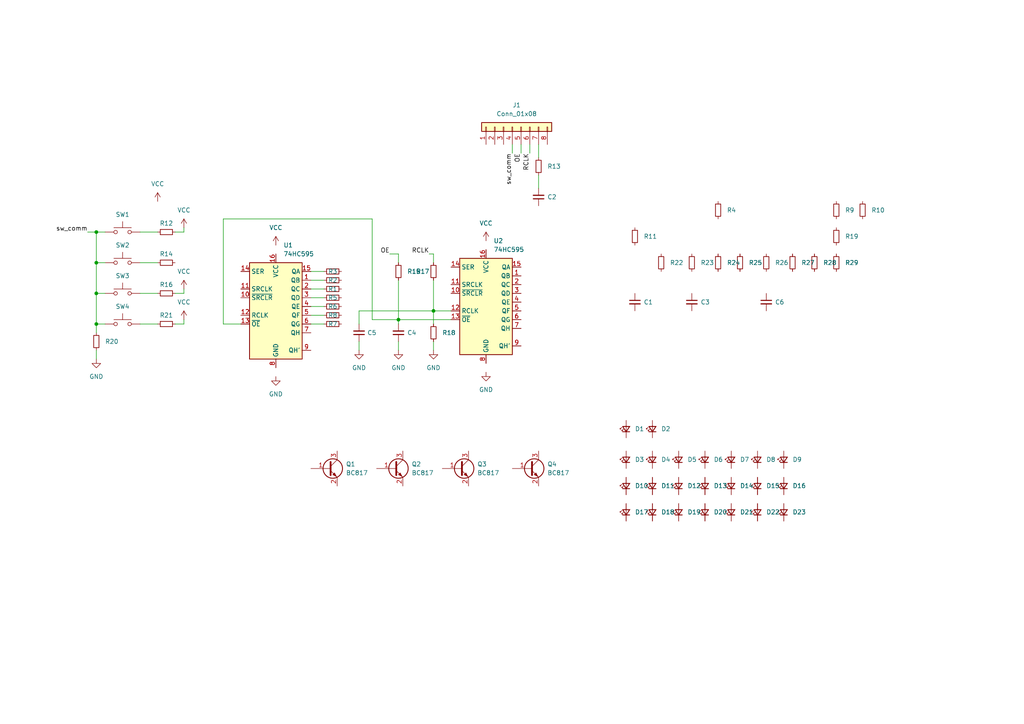
<source format=kicad_sch>
(kicad_sch (version 20230121) (generator eeschema)
  (paper "A4")
  (lib_symbols
    (symbol "74xx:74HC595"
      (property "Reference" "U" (at -7.62 13.97 0))
      (property "Value" "74HC595" (at -7.62 -16.51 0))
      (symbol "74HC595_1_0"
        (pin tri_state line (at 10.16 7.62 180) (length 2.54) (name "QB") (number "1"))
        (pin input line (at -10.16 2.54 0) (length 2.54) (name "~{SRCLR}") (number "10"))
        (pin input line (at -10.16 5.08 0) (length 2.54) (name "SRCLK") (number "11"))
        (pin input line (at -10.16 -2.54 0) (length 2.54) (name "RCLK") (number "12"))
        (pin input line (at -10.16 -5.08 0) (length 2.54) (name "~{OE}") (number "13"))
        (pin input line (at -10.16 10.16 0) (length 2.54) (name "SER") (number "14"))
        (pin tri_state line (at 10.16 10.16 180) (length 2.54) (name "QA") (number "15"))
        (pin power_in line (at 0 15.24 270) (length 2.54) (name "VCC") (number "16"))
        (pin tri_state line (at 10.16 5.08 180) (length 2.54) (name "QC") (number "2"))
        (pin tri_state line (at 10.16 2.54 180) (length 2.54) (name "QD") (number "3"))
        (pin tri_state line (at 10.16 0 180) (length 2.54) (name "QE") (number "4"))
        (pin tri_state line (at 10.16 -2.54 180) (length 2.54) (name "QF") (number "5"))
        (pin tri_state line (at 10.16 -5.08 180) (length 2.54) (name "QG") (number "6"))
        (pin tri_state line (at 10.16 -7.62 180) (length 2.54) (name "QH") (number "7"))
        (pin power_in line (at 0 -17.78 90) (length 2.54) (name "GND") (number "8"))
        (pin output line (at 10.16 -12.7 180) (length 2.54) (name "QH'") (number "9"))
      )
      (symbol "74HC595_1_1"
        (rectangle (start -7.62 12.7) (end 7.62 -15.24) (stroke (width 0.254)) (fill (type background)))
      )
    )
    (symbol "Connector_Generic:Conn_01x08" (pin_names (offset 1.016) hide)
      (property "Reference" "J" (at 0 10.16 0))
      (property "Value" "Conn_01x08" (at 0 -12.7 0))
      (symbol "Conn_01x08_1_1"
        (rectangle (start -1.27 -10.033) (end 0 -10.287) (stroke (width 0.1524)))
        (rectangle (start -1.27 -7.493) (end 0 -7.747) (stroke (width 0.1524)))
        (rectangle (start -1.27 -4.953) (end 0 -5.207) (stroke (width 0.1524)))
        (rectangle (start -1.27 -2.413) (end 0 -2.667) (stroke (width 0.1524)))
        (rectangle (start -1.27 0.127) (end 0 -0.127) (stroke (width 0.1524)))
        (rectangle (start -1.27 2.667) (end 0 2.413) (stroke (width 0.1524)))
        (rectangle (start -1.27 5.207) (end 0 4.953) (stroke (width 0.1524)))
        (rectangle (start -1.27 7.747) (end 0 7.493) (stroke (width 0.1524)))
        (rectangle (start -1.27 8.89) (end 1.27 -11.43) (stroke (width 0.254)) (fill (type background)))
        (pin passive line (at -5.08 7.62 0) (length 3.81) (name "Pin_1") (number "1"))
        (pin passive line (at -5.08 5.08 0) (length 3.81) (name "Pin_2") (number "2"))
        (pin passive line (at -5.08 2.54 0) (length 3.81) (name "Pin_3") (number "3"))
        (pin passive line (at -5.08 0 0) (length 3.81) (name "Pin_4") (number "4"))
        (pin passive line (at -5.08 -2.54 0) (length 3.81) (name "Pin_5") (number "5"))
        (pin passive line (at -5.08 -5.08 0) (length 3.81) (name "Pin_6") (number "6"))
        (pin passive line (at -5.08 -7.62 0) (length 3.81) (name "Pin_7") (number "7"))
        (pin passive line (at -5.08 -10.16 0) (length 3.81) (name "Pin_8") (number "8"))
      )
    )
    (symbol "Device:C_Small" (pin_numbers hide) (pin_names (offset 0.254) hide)
      (property "Reference" "C" (at 0.254 1.778 0))
      (property "Value" "C_Small" (at 0.254 -2.032 0))
      (symbol "C_Small_0_1"
        (polyline (pts (xy -1.524 -0.508) (xy 1.524 -0.508)) (stroke (width 0.3302)))
        (polyline (pts (xy -1.524 0.508) (xy 1.524 0.508)) (stroke (width 0.3048)))
      )
      (symbol "C_Small_1_1"
        (pin passive line (at 0 2.54 270) (length 2.032) (name "~") (number "1"))
        (pin passive line (at 0 -2.54 90) (length 2.032) (name "~") (number "2"))
      )
    )
    (symbol "Device:LED_Small" (pin_numbers hide) (pin_names (offset 0.254) hide)
      (property "Reference" "D" (at -1.27 3.175 0))
      (property "Value" "LED_Small" (at -4.445 -2.54 0))
      (symbol "LED_Small_0_1"
        (polyline (pts (xy -0.762 -1.016) (xy -0.762 1.016)) (stroke (width 0.254)))
        (polyline (pts (xy 1.016 0) (xy -0.762 0)))
        (polyline (pts (xy 0.762 -1.016) (xy -0.762 0) (xy 0.762 1.016) (xy 0.762 -1.016)) (stroke (width 0.254)))
        (polyline (pts (xy 0 0.762) (xy -0.508 1.27) (xy -0.254 1.27) (xy -0.508 1.27) (xy -0.508 1.016)))
        (polyline (pts (xy 0.508 1.27) (xy 0 1.778) (xy 0.254 1.778) (xy 0 1.778) (xy 0 1.524)))
      )
      (symbol "LED_Small_1_1"
        (pin passive line (at -2.54 0 0) (length 1.778) (name "K") (number "1"))
        (pin passive line (at 2.54 0 180) (length 1.778) (name "A") (number "2"))
      )
    )
    (symbol "Device:R_Small" (pin_numbers hide) (pin_names (offset 0.254) hide)
      (property "Reference" "R" (at 0.762 0.508 0))
      (property "Value" "R_Small" (at 0.762 -1.016 0))
      (symbol "R_Small_0_1"
        (rectangle (start -0.762 1.778) (end 0.762 -1.778) (stroke (width 0.2032)))
      )
      (symbol "R_Small_1_1"
        (pin passive line (at 0 2.54 270) (length 0.762) (name "~") (number "1"))
        (pin passive line (at 0 -2.54 90) (length 0.762) (name "~") (number "2"))
      )
    )
    (symbol "Switch:SW_Omron_B3FS" (pin_numbers hide) (pin_names (offset 1.016) hide)
      (property "Reference" "SW" (at 1.27 2.54 0))
      (property "Value" "SW_Omron_B3FS" (at 0 -1.524 0))
      (symbol "SW_Omron_B3FS_0_1"
        (circle (center -2.032 0) (radius 0.508))
        (polyline (pts (xy 0 1.27) (xy 0 3.048)))
        (polyline (pts (xy 2.54 1.27) (xy -2.54 1.27)))
        (circle (center 2.032 0) (radius 0.508))
        (pin passive line (at -5.08 0 0) (length 2.54) (name "1") (number "1"))
        (pin passive line (at 5.08 0 180) (length 2.54) (name "2") (number "2"))
      )
    )
    (symbol "Transistor_BJT:BC817" (pin_names (offset 0) hide)
      (property "Reference" "Q" (at 5.08 1.905 0))
      (property "Value" "BC817" (at 5.08 0 0))
      (symbol "BC817_0_1"
        (polyline (pts (xy 0.635 0.635) (xy 2.54 2.54)))
        (polyline (pts (xy 0.635 -0.635) (xy 2.54 -2.54) (xy 2.54 -2.54)))
        (polyline (pts (xy 0.635 1.905) (xy 0.635 -1.905) (xy 0.635 -1.905)) (stroke (width 0.508)))
        (polyline (pts (xy 1.27 -1.778) (xy 1.778 -1.27) (xy 2.286 -2.286) (xy 1.27 -1.778) (xy 1.27 -1.778)) (fill (type outline)))
        (circle (center 1.27 0) (radius 2.8194) (stroke (width 0.254)))
      )
      (symbol "BC817_1_1"
        (pin input line (at -5.08 0 0) (length 5.715) (name "B") (number "1"))
        (pin passive line (at 2.54 -5.08 90) (length 2.54) (name "E") (number "2"))
        (pin passive line (at 2.54 5.08 270) (length 2.54) (name "C") (number "3"))
      )
    )
    (symbol "power:GND" (power) (pin_names (offset 0))
      (property "Value" "GND" (at 0 -3.81 0))
      (symbol "GND_0_1"
        (polyline (pts (xy 0 0) (xy 0 -1.27) (xy 1.27 -1.27) (xy 0 -2.54) (xy -1.27 -1.27) (xy 0 -1.27)))
      )
      (symbol "GND_1_1"
        (pin power_in line (at 0 0 270) (length 0) hide (name "GND") (number "1"))
      )
    )
    (symbol "power:VCC" (power) (pin_names (offset 0))
      (property "Value" "VCC" (at 0 3.81 0))
      (symbol "VCC_0_1"
        (polyline (pts (xy -0.762 1.27) (xy 0 2.54)))
        (polyline (pts (xy 0 0) (xy 0 2.54)))
        (polyline (pts (xy 0 2.54) (xy 0.762 1.27)))
      )
      (symbol "VCC_1_1"
        (pin power_in line (at 0 0 90) (length 0) hide (name "VCC") (number "1"))
      )
    )
  )
  (junction (at 27.94 76.2))
  (junction (at 125.73 90.17))
  (junction (at 115.57 92.71))
  (junction (at 27.94 93.98))
  (junction (at 27.94 67.31))
  (junction (at 27.94 85.09))
  (wire (pts (xy 53.34 93.98) (xy 50.8 93.98)))
  (wire (pts (xy 27.94 101.6) (xy 27.94 104.14)))
  (wire (pts (xy 40.64 67.31) (xy 45.72 67.31)))
  (wire (pts (xy 90.17 83.82) (xy 93.98 83.82)))
  (wire (pts (xy 27.94 96.52) (xy 27.94 93.98)))
  (wire (pts (xy 40.64 85.09) (xy 45.72 85.09)))
  (wire (pts (xy 156.21 50.8) (xy 156.21 54.61)))
  (wire (pts (xy 90.17 93.98) (xy 93.98 93.98)))
  (wire (pts (xy 156.21 41.91) (xy 156.21 45.72)))
  (wire (pts (xy 50.8 67.31) (xy 53.34 67.31)))
  (wire (pts (xy 53.34 85.09) (xy 50.8 85.09)))
  (wire (pts (xy 153.67 41.91) (xy 153.67 44.45)))
  (wire (pts (xy 115.57 81.28) (xy 115.57 92.71)))
  (wire (pts (xy 151.13 41.91) (xy 151.13 44.45)))
  (wire (pts (xy 125.73 99.06) (xy 125.73 101.6)))
  (wire (pts (xy 125.73 73.66) (xy 125.73 76.2)))
  (wire (pts (xy 125.73 90.17) (xy 130.81 90.17)))
  (wire (pts (xy 107.95 92.71) (xy 115.57 92.71)))
  (wire (pts (xy 90.17 86.36) (xy 93.98 86.36)))
  (wire (pts (xy 53.34 92.71) (xy 53.34 93.98)))
  (wire (pts (xy 53.34 67.31) (xy 53.34 66.04)))
  (wire (pts (xy 27.94 85.09) (xy 27.94 76.2)))
  (wire (pts (xy 53.34 83.82) (xy 53.34 85.09)))
  (wire (pts (xy 90.17 81.28) (xy 93.98 81.28)))
  (wire (pts (xy 90.17 88.9) (xy 93.98 88.9)))
  (wire (pts (xy 90.17 91.44) (xy 93.98 91.44)))
  (wire (pts (xy 27.94 93.98) (xy 27.94 85.09)))
  (wire (pts (xy 27.94 85.09) (xy 30.48 85.09)))
  (wire (pts (xy 64.77 93.98) (xy 64.77 63.5)))
  (wire (pts (xy 125.73 93.98) (xy 125.73 90.17)))
  (wire (pts (xy 40.64 93.98) (xy 45.72 93.98)))
  (wire (pts (xy 125.73 81.28) (xy 125.73 90.17)))
  (wire (pts (xy 115.57 92.71) (xy 130.81 92.71)))
  (wire (pts (xy 27.94 67.31) (xy 30.48 67.31)))
  (wire (pts (xy 30.48 93.98) (xy 27.94 93.98)))
  (wire (pts (xy 124.46 73.66) (xy 125.73 73.66)))
  (wire (pts (xy 64.77 63.5) (xy 107.95 63.5)))
  (wire (pts (xy 104.14 99.06) (xy 104.14 101.6)))
  (wire (pts (xy 64.77 93.98) (xy 69.85 93.98)))
  (wire (pts (xy 27.94 76.2) (xy 30.48 76.2)))
  (wire (pts (xy 107.95 63.5) (xy 107.95 92.71)))
  (wire (pts (xy 104.14 93.98) (xy 104.14 90.17)))
  (wire (pts (xy 104.14 90.17) (xy 125.73 90.17)))
  (wire (pts (xy 115.57 93.98) (xy 115.57 92.71)))
  (wire (pts (xy 90.17 78.74) (xy 93.98 78.74)))
  (wire (pts (xy 115.57 99.06) (xy 115.57 101.6)))
  (wire (pts (xy 27.94 76.2) (xy 27.94 67.31)))
  (wire (pts (xy 115.57 73.66) (xy 115.57 76.2)))
  (wire (pts (xy 148.59 41.91) (xy 148.59 44.45)))
  (wire (pts (xy 115.57 73.66) (xy 113.03 73.66)))
  (wire (pts (xy 40.64 76.2) (xy 45.72 76.2)))
  (wire (pts (xy 25.4 67.31) (xy 27.94 67.31)))
  (label "sw_comm" (at 148.59 44.45 270))
  (label "RCLK" (at 153.67 44.45 270))
  (label "OE" (at 113.03 73.66 180))
  (label "OE" (at 151.13 44.45 270))
  (label "sw_comm" (at 25.4 67.31 180))
  (label "RCLK" (at 124.46 73.66 180))
  (symbol (lib_id "power:GND") (at 80.01 109.22 0) (unit 1)
    (property "Reference" "#PWR05" (effects hide))
    (property "Value" "GND" (at 80.01 114.3 0))
  )
  (symbol (lib_id "Device:LED_Small") (at 227.33 140.97 90) (unit 1)
    (property "Reference" "D16" (at 229.87 140.9065 90) (effects (justify right)))
    (property "Value" "LED_Small" (effects hide))
    (property "Footprint" "LED_SMD:LED_0603_1608Metric" (effects hide))
  )
  (symbol (lib_id "74xx:74HC595") (at 140.97 87.63 0) (unit 1)
    (property "Reference" "U2" (at 143.1641 69.85 0) (effects (justify left)))
    (property "Value" "74HC595" (at 143.1641 72.39 0) (effects (justify left)))
    (property "Footprint" "Package_SO:SOIC-16_3.9x9.9mm_P1.27mm" (effects hide))
    (property "Datasheet" "http://www.ti.com/lit/ds/symlink/sn74hc595.pdf" (effects hide))
  )
  (symbol (lib_id "Device:R_Small") (at 184.15 68.58 0) (unit 1)
    (property "Reference" "R11" (at 186.69 68.58 0) (effects (justify left)))
    (property "Value" "R_Small" (effects hide))
    (property "Footprint" "Resistor_SMD:R_0805_2012Metric" (effects hide))
  )
  (symbol (lib_id "Device:R_Small") (at 229.87 76.2 0) (unit 1)
    (property "Reference" "R27" (at 232.41 76.2 0) (effects (justify left)))
    (property "Value" "R_Small" (effects hide))
    (property "Footprint" "Resistor_SMD:R_0805_2012Metric" (effects hide))
  )
  (symbol (lib_id "Device:R_Small") (at 115.57 78.74 180) (unit 1)
    (property "Reference" "R15" (at 118.11 78.74 0) (effects (justify right)))
    (property "Value" "R_Small" (effects hide))
    (property "Footprint" "Resistor_SMD:R_0805_2012Metric" (effects hide))
  )
  (symbol (lib_id "Transistor_BJT:BC817") (at 114.3 135.89 0) (unit 1)
    (property "Reference" "Q2" (at 119.38 134.62 0) (effects (justify left)))
    (property "Value" "BC817" (at 119.38 137.16 0) (effects (justify left)))
    (property "Footprint" "Package_TO_SOT_SMD:SOT-23" (effects hide))
    (property "Datasheet" "https://www.onsemi.com/pub/Collateral/BC818-D.pdf" (effects hide))
  )
  (symbol (lib_id "Device:R_Small") (at 48.26 93.98 270) (unit 1)
    (property "Reference" "R21" (at 48.26 91.44 90))
    (property "Value" "R_Small" (effects hide))
    (property "Footprint" "Resistor_SMD:R_0805_2012Metric" (effects hide))
  )
  (symbol (lib_id "Device:R_Small") (at 208.28 60.96 0) (unit 1)
    (property "Reference" "R4" (at 210.82 60.96 0) (effects (justify left)))
    (property "Value" "R_Small" (effects hide))
    (property "Footprint" "Resistor_SMD:R_0805_2012Metric" (effects hide))
  )
  (symbol (lib_id "power:VCC") (at 53.34 66.04 0) (unit 1)
    (property "Reference" "#PWR011" (effects hide))
    (property "Value" "VCC" (at 53.34 60.96 0))
  )
  (symbol (lib_id "Device:LED_Small") (at 204.47 148.59 90) (unit 1)
    (property "Reference" "D20" (at 207.01 148.5265 90) (effects (justify right)))
    (property "Value" "LED_Small" (effects hide))
    (property "Footprint" "LED_SMD:LED_0603_1608Metric" (effects hide))
  )
  (symbol (lib_id "Device:R_Small") (at 96.52 91.44 270) (unit 1)
    (property "Reference" "R8" (at 96.52 91.44 90))
    (property "Value" "R_Small" (effects hide))
    (property "Footprint" "Resistor_SMD:R_0805_2012Metric" (effects hide))
  )
  (symbol (lib_id "Device:R_Small") (at 200.66 76.2 0) (unit 1)
    (property "Reference" "R23" (at 203.2 76.2 0) (effects (justify left)))
    (property "Value" "R_Small" (effects hide))
    (property "Footprint" "Resistor_SMD:R_0805_2012Metric" (effects hide))
  )
  (symbol (lib_id "Device:R_Small") (at 96.52 78.74 270) (unit 1)
    (property "Reference" "R3" (at 96.52 78.74 90))
    (property "Value" "R_Small" (effects hide))
    (property "Footprint" "Resistor_SMD:R_0805_2012Metric" (effects hide))
  )
  (symbol (lib_id "Device:LED_Small") (at 204.47 140.97 90) (unit 1)
    (property "Reference" "D13" (at 207.01 140.9065 90) (effects (justify right)))
    (property "Value" "LED_Small" (effects hide))
    (property "Footprint" "LED_SMD:LED_0603_1608Metric" (effects hide))
  )
  (symbol (lib_id "Device:R_Small") (at 156.21 48.26 0) (unit 1)
    (property "Reference" "R13" (at 158.75 48.26 0) (effects (justify left)))
    (property "Value" "R_Small" (effects hide))
    (property "Footprint" "Resistor_SMD:R_0805_2012Metric" (effects hide))
  )
  (symbol (lib_id "Device:LED_Small") (at 189.23 124.46 90) (unit 1)
    (property "Reference" "D2" (at 191.77 124.3965 90) (effects (justify right)))
    (property "Value" "LED_Small" (effects hide))
    (property "Footprint" "LED_SMD:LED_0603_1608Metric" (effects hide))
  )
  (symbol (lib_id "Switch:SW_Omron_B3FS") (at 35.56 67.31 0) (unit 1)
    (property "Reference" "SW1" (at 35.56 62.23 0))
    (property "Value" "SW_Omron_B3FS" (effects hide))
    (property "Footprint" "Button_Switch_SMD:SW_Push_1P1T_NO_6x6mm_H9.5mm" (effects hide))
    (property "Datasheet" "https://omronfs.omron.com/en_US/ecb/products/pdf/en-b3fs.pdf" (effects hide))
  )
  (symbol (lib_id "power:VCC") (at 140.97 69.85 0) (unit 1)
    (property "Reference" "#PWR03" (effects hide))
    (property "Value" "VCC" (at 140.97 64.77 0))
  )
  (symbol (lib_id "Device:R_Small") (at 236.22 76.2 0) (unit 1)
    (property "Reference" "R28" (at 238.76 76.2 0) (effects (justify left)))
    (property "Value" "R_Small" (effects hide))
    (property "Footprint" "Resistor_SMD:R_0805_2012Metric" (effects hide))
  )
  (symbol (lib_id "Device:C_Small") (at 115.57 96.52 180) (unit 1)
    (property "Reference" "C4" (at 118.11 96.5136 0) (effects (justify right)))
    (property "Value" "C_Small" (effects hide))
    (property "Footprint" "Capacitor_SMD:C_0805_2012Metric" (effects hide))
  )
  (symbol (lib_id "power:GND") (at 140.97 107.95 0) (unit 1)
    (property "Reference" "#PWR04" (effects hide))
    (property "Value" "GND" (at 140.97 113.03 0))
  )
  (symbol (lib_id "power:VCC") (at 80.01 71.12 0) (unit 1)
    (property "Reference" "#PWR06" (effects hide))
    (property "Value" "VCC" (at 80.01 66.04 0))
  )
  (symbol (lib_id "Device:LED_Small") (at 189.23 133.35 90) (unit 1)
    (property "Reference" "D4" (at 191.77 133.2865 90) (effects (justify right)))
    (property "Value" "LED_Small" (effects hide))
    (property "Footprint" "LED_SMD:LED_0603_1608Metric" (effects hide))
  )
  (symbol (lib_id "Device:R_Small") (at 96.52 88.9 270) (unit 1)
    (property "Reference" "R6" (at 96.52 88.9 90))
    (property "Value" "R_Small" (effects hide))
    (property "Footprint" "Resistor_SMD:R_0805_2012Metric" (effects hide))
  )
  (symbol (lib_id "Switch:SW_Omron_B3FS") (at 35.56 85.09 0) (unit 1)
    (property "Reference" "SW3" (at 35.56 80.01 0))
    (property "Value" "SW_Omron_B3FS" (effects hide))
    (property "Footprint" "Button_Switch_SMD:SW_Push_1P1T_NO_6x6mm_H9.5mm" (effects hide))
    (property "Datasheet" "https://omronfs.omron.com/en_US/ecb/products/pdf/en-b3fs.pdf" (effects hide))
  )
  (symbol (lib_id "power:GND") (at 125.73 101.6 0) (unit 1)
    (property "Reference" "#PWR012" (effects hide))
    (property "Value" "GND" (at 125.73 106.68 0))
  )
  (symbol (lib_id "Device:R_Small") (at 242.57 68.58 0) (unit 1)
    (property "Reference" "R19" (at 245.11 68.58 0) (effects (justify left)))
    (property "Value" "R_Small" (effects hide))
    (property "Footprint" "Resistor_SMD:R_0805_2012Metric" (effects hide))
  )
  (symbol (lib_id "Device:LED_Small") (at 204.47 133.35 90) (unit 1)
    (property "Reference" "D6" (at 207.01 133.2865 90) (effects (justify right)))
    (property "Value" "LED_Small" (effects hide))
    (property "Footprint" "LED_SMD:LED_0603_1608Metric" (effects hide))
  )
  (symbol (lib_id "power:GND") (at 27.94 104.14 0) (unit 1)
    (property "Reference" "#PWR09" (effects hide))
    (property "Value" "GND" (at 27.94 109.22 0))
  )
  (symbol (lib_id "Device:LED_Small") (at 196.85 140.97 90) (unit 1)
    (property "Reference" "D12" (at 199.39 140.9065 90) (effects (justify right)))
    (property "Value" "LED_Small" (effects hide))
    (property "Footprint" "LED_SMD:LED_0603_1608Metric" (effects hide))
  )
  (symbol (lib_id "Device:LED_Small") (at 212.09 148.59 90) (unit 1)
    (property "Reference" "D21" (at 214.63 148.5265 90) (effects (justify right)))
    (property "Value" "LED_Small" (effects hide))
    (property "Footprint" "LED_SMD:LED_0603_1608Metric" (effects hide))
  )
  (symbol (lib_id "Device:R_Small") (at 222.25 76.2 0) (unit 1)
    (property "Reference" "R26" (at 224.79 76.2 0) (effects (justify left)))
    (property "Value" "R_Small" (effects hide))
    (property "Footprint" "Resistor_SMD:R_0805_2012Metric" (effects hide))
  )
  (symbol (lib_id "power:VCC") (at 53.34 83.82 0) (unit 1)
    (property "Reference" "#PWR010" (effects hide))
    (property "Value" "VCC" (at 53.34 78.74 0))
  )
  (symbol (lib_id "Device:R_Small") (at 242.57 76.2 0) (unit 1)
    (property "Reference" "R29" (at 245.11 76.2 0) (effects (justify left)))
    (property "Value" "R_Small" (effects hide))
    (property "Footprint" "Resistor_SMD:R_0805_2012Metric" (effects hide))
  )
  (symbol (lib_id "Device:LED_Small") (at 196.85 133.35 90) (unit 1)
    (property "Reference" "D5" (at 199.39 133.2865 90) (effects (justify right)))
    (property "Value" "LED_Small" (effects hide))
    (property "Footprint" "LED_SMD:LED_0603_1608Metric" (effects hide))
  )
  (symbol (lib_id "Device:LED_Small") (at 212.09 133.35 90) (unit 1)
    (property "Reference" "D7" (at 214.63 133.2865 90) (effects (justify right)))
    (property "Value" "LED_Small" (effects hide))
    (property "Footprint" "LED_SMD:LED_0603_1608Metric" (effects hide))
  )
  (symbol (lib_id "power:GND") (at 104.14 101.6 0) (unit 1)
    (property "Reference" "#PWR02" (effects hide))
    (property "Value" "GND" (at 104.14 106.68 0))
  )
  (symbol (lib_id "Transistor_BJT:BC817") (at 153.67 135.89 0) (unit 1)
    (property "Reference" "Q4" (at 158.75 134.62 0) (effects (justify left)))
    (property "Value" "BC817" (at 158.75 137.16 0) (effects (justify left)))
    (property "Footprint" "Package_TO_SOT_SMD:SOT-23" (effects hide))
    (property "Datasheet" "https://www.onsemi.com/pub/Collateral/BC818-D.pdf" (effects hide))
  )
  (symbol (lib_id "Device:LED_Small") (at 196.85 148.59 90) (unit 1)
    (property "Reference" "D19" (at 199.39 148.5265 90) (effects (justify right)))
    (property "Value" "LED_Small" (effects hide))
    (property "Footprint" "LED_SMD:LED_0603_1608Metric" (effects hide))
  )
  (symbol (lib_id "Device:R_Small") (at 48.26 76.2 270) (unit 1)
    (property "Reference" "R14" (at 48.26 73.66 90))
    (property "Value" "R_Small" (effects hide))
    (property "Footprint" "Resistor_SMD:R_0805_2012Metric" (effects hide))
  )
  (symbol (lib_id "Device:LED_Small") (at 227.33 133.35 90) (unit 1)
    (property "Reference" "D9" (at 229.87 133.2865 90) (effects (justify right)))
    (property "Value" "LED_Small" (effects hide))
    (property "Footprint" "LED_SMD:LED_0603_1608Metric" (effects hide))
  )
  (symbol (lib_id "Device:LED_Small") (at 189.23 148.59 90) (unit 1)
    (property "Reference" "D18" (at 191.77 148.5265 90) (effects (justify right)))
    (property "Value" "LED_Small" (effects hide))
    (property "Footprint" "LED_SMD:LED_0603_1608Metric" (effects hide))
  )
  (symbol (lib_id "Device:LED_Small") (at 181.61 148.59 90) (unit 1)
    (property "Reference" "D17" (at 184.15 148.5265 90) (effects (justify right)))
    (property "Value" "LED_Small" (effects hide))
    (property "Footprint" "LED_SMD:LED_0603_1608Metric" (effects hide))
  )
  (symbol (lib_id "Device:R_Small") (at 27.94 99.06 0) (unit 1)
    (property "Reference" "R20" (at 30.48 99.06 0) (effects (justify left)))
    (property "Value" "R_Small" (effects hide))
    (property "Footprint" "Resistor_SMD:R_0805_2012Metric" (effects hide))
  )
  (symbol (lib_id "Device:LED_Small") (at 227.33 148.59 90) (unit 1)
    (property "Reference" "D23" (at 229.87 148.5265 90) (effects (justify right)))
    (property "Value" "LED_Small" (effects hide))
    (property "Footprint" "LED_SMD:LED_0603_1608Metric" (effects hide))
  )
  (symbol (lib_id "Device:LED_Small") (at 181.61 124.46 90) (unit 1)
    (property "Reference" "D1" (at 184.15 124.3965 90) (effects (justify right)))
    (property "Value" "LED_Small" (effects hide))
    (property "Footprint" "LED_SMD:LED_0603_1608Metric" (effects hide))
  )
  (symbol (lib_id "Device:R_Small") (at 96.52 83.82 270) (unit 1)
    (property "Reference" "R1" (at 96.52 83.82 90))
    (property "Value" "R_Small" (effects hide))
    (property "Footprint" "Resistor_SMD:R_0805_2012Metric" (effects hide))
  )
  (symbol (lib_id "Device:R_Small") (at 96.52 93.98 270) (unit 1)
    (property "Reference" "R7" (at 96.52 93.98 90))
    (property "Value" "R_Small" (effects hide))
    (property "Footprint" "Resistor_SMD:R_0805_2012Metric" (effects hide))
  )
  (symbol (lib_id "Device:LED_Small") (at 219.71 133.35 90) (unit 1)
    (property "Reference" "D8" (at 222.25 133.2865 90) (effects (justify right)))
    (property "Value" "LED_Small" (effects hide))
    (property "Footprint" "LED_SMD:LED_0603_1608Metric" (effects hide))
  )
  (symbol (lib_id "power:VCC") (at 53.34 92.71 0) (unit 1)
    (property "Reference" "#PWR08" (effects hide))
    (property "Value" "VCC" (at 53.34 87.63 0))
  )
  (symbol (lib_id "Transistor_BJT:BC817") (at 95.25 135.89 0) (unit 1)
    (property "Reference" "Q1" (at 100.33 134.62 0) (effects (justify left)))
    (property "Value" "BC817" (at 100.33 137.16 0) (effects (justify left)))
    (property "Footprint" "Package_TO_SOT_SMD:SOT-23" (effects hide))
    (property "Datasheet" "https://www.onsemi.com/pub/Collateral/BC818-D.pdf" (effects hide))
  )
  (symbol (lib_id "Device:C_Small") (at 200.66 87.63 0) (unit 1)
    (property "Reference" "C3" (at 203.2 87.6363 0) (effects (justify left)))
    (property "Value" "C_Small" (effects hide))
    (property "Footprint" "Capacitor_SMD:C_0805_2012Metric" (effects hide))
  )
  (symbol (lib_id "Device:C_Small") (at 104.14 96.52 180) (unit 1)
    (property "Reference" "C5" (at 109.22 96.52 0) (effects (justify left)))
    (property "Value" "C_Small" (effects hide))
    (property "Footprint" "Capacitor_SMD:C_0805_2012Metric" (effects hide))
  )
  (symbol (lib_id "Device:C_Small") (at 184.15 87.63 0) (unit 1)
    (property "Reference" "C1" (at 186.69 87.6363 0) (effects (justify left)))
    (property "Value" "C_Small" (effects hide))
    (property "Footprint" "Capacitor_SMD:C_0805_2012Metric" (effects hide))
  )
  (symbol (lib_id "Device:R_Small") (at 96.52 86.36 270) (unit 1)
    (property "Reference" "R5" (at 96.52 86.36 90))
    (property "Value" "R_Small" (effects hide))
    (property "Footprint" "Resistor_SMD:R_0805_2012Metric" (effects hide))
  )
  (symbol (lib_id "Device:LED_Small") (at 212.09 140.97 90) (unit 1)
    (property "Reference" "D14" (at 214.63 140.9065 90) (effects (justify right)))
    (property "Value" "LED_Small" (effects hide))
    (property "Footprint" "LED_SMD:LED_0603_1608Metric" (effects hide))
  )
  (symbol (lib_id "Transistor_BJT:BC817") (at 133.35 135.89 0) (unit 1)
    (property "Reference" "Q3" (at 138.43 134.62 0) (effects (justify left)))
    (property "Value" "BC817" (at 138.43 137.16 0) (effects (justify left)))
    (property "Footprint" "Package_TO_SOT_SMD:SOT-23" (effects hide))
    (property "Datasheet" "https://www.onsemi.com/pub/Collateral/BC818-D.pdf" (effects hide))
  )
  (symbol (lib_id "Device:LED_Small") (at 181.61 133.35 90) (unit 1)
    (property "Reference" "D3" (at 184.15 133.2865 90) (effects (justify right)))
    (property "Value" "LED_Small" (effects hide))
    (property "Footprint" "LED_SMD:LED_0603_1608Metric" (effects hide))
  )
  (symbol (lib_id "Device:LED_Small") (at 219.71 148.59 90) (unit 1)
    (property "Reference" "D22" (at 222.25 148.5265 90) (effects (justify right)))
    (property "Value" "LED_Small" (effects hide))
    (property "Footprint" "LED_SMD:LED_0603_1608Metric" (effects hide))
  )
  (symbol (lib_id "Connector_Generic:Conn_01x08") (at 148.59 36.83 90) (unit 1)
    (property "Reference" "J1" (at 149.86 30.48 90))
    (property "Value" "Conn_01x08" (at 149.86 33.02 90))
    (property "Footprint" "Connector_Molex:Molex_KK-254_AE-6410-08A_1x08_P2.54mm_Vertical" (effects hide))
  )
  (symbol (lib_id "Device:C_Small") (at 156.21 57.15 180) (unit 1)
    (property "Reference" "C2" (at 158.75 57.1436 0) (effects (justify right)))
    (property "Value" "C_Small" (effects hide))
    (property "Footprint" "Capacitor_SMD:C_0805_2012Metric" (effects hide))
  )
  (symbol (lib_id "Device:R_Small") (at 125.73 96.52 0) (unit 1)
    (property "Reference" "R18" (at 128.27 96.52 0) (effects (justify left)))
    (property "Value" "R_Small" (effects hide))
    (property "Footprint" "Resistor_SMD:R_0805_2012Metric" (effects hide))
  )
  (symbol (lib_id "power:GND") (at 115.57 101.6 0) (unit 1)
    (property "Reference" "#PWR01" (effects hide))
    (property "Value" "GND" (at 115.57 106.68 0))
  )
  (symbol (lib_id "Device:R_Small") (at 250.19 60.96 0) (unit 1)
    (property "Reference" "R10" (at 252.73 60.96 0) (effects (justify left)))
    (property "Value" "R_Small" (effects hide))
    (property "Footprint" "Resistor_SMD:R_0805_2012Metric" (effects hide))
  )
  (symbol (lib_id "Device:R_Small") (at 125.73 78.74 0) (unit 1)
    (property "Reference" "R17" (at 120.65 78.74 0) (effects (justify left)))
    (property "Value" "R_Small" (effects hide))
    (property "Footprint" "Resistor_SMD:R_0805_2012Metric" (effects hide))
  )
  (symbol (lib_id "Device:C_Small") (at 222.25 87.63 0) (unit 1)
    (property "Reference" "C6" (at 224.79 87.6363 0) (effects (justify left)))
    (property "Value" "C_Small" (effects hide))
    (property "Footprint" "Capacitor_SMD:C_0805_2012Metric" (effects hide))
  )
  (symbol (lib_id "Switch:SW_Omron_B3FS") (at 35.56 76.2 0) (unit 1)
    (property "Reference" "SW2" (at 35.56 71.12 0))
    (property "Value" "SW_Omron_B3FS" (effects hide))
    (property "Footprint" "Button_Switch_SMD:SW_Push_1P1T_NO_6x6mm_H9.5mm" (effects hide))
    (property "Datasheet" "https://omronfs.omron.com/en_US/ecb/products/pdf/en-b3fs.pdf" (effects hide))
  )
  (symbol (lib_id "power:VCC") (at 45.72 58.42 0) (unit 1)
    (property "Reference" "#PWR07" (effects hide))
    (property "Value" "VCC" (at 45.72 53.34 0))
  )
  (symbol (lib_id "Device:LED_Small") (at 189.23 140.97 90) (unit 1)
    (property "Reference" "D11" (at 191.77 140.9065 90) (effects (justify right)))
    (property "Value" "LED_Small" (effects hide))
    (property "Footprint" "LED_SMD:LED_0603_1608Metric" (effects hide))
  )
  (symbol (lib_id "74xx:74HC595") (at 80.01 88.9 0) (unit 1)
    (property "Reference" "U1" (at 82.2041 71.12 0) (effects (justify left)))
    (property "Value" "74HC595" (at 82.2041 73.66 0) (effects (justify left)))
    (property "Footprint" "Package_SO:SOIC-16_3.9x9.9mm_P1.27mm" (effects hide))
    (property "Datasheet" "http://www.ti.com/lit/ds/symlink/sn74hc595.pdf" (effects hide))
  )
  (symbol (lib_id "Device:LED_Small") (at 219.71 140.97 90) (unit 1)
    (property "Reference" "D15" (at 222.25 140.9065 90) (effects (justify right)))
    (property "Value" "LED_Small" (effects hide))
    (property "Footprint" "LED_SMD:LED_0603_1608Metric" (effects hide))
  )
  (symbol (lib_id "Device:R_Small") (at 48.26 85.09 90) (unit 1)
    (property "Reference" "R16" (at 48.26 82.55 90))
    (property "Value" "R_Small" (effects hide))
    (property "Footprint" "Resistor_SMD:R_0805_2012Metric" (effects hide))
  )
  (symbol (lib_id "Device:R_Small") (at 208.28 76.2 0) (unit 1)
    (property "Reference" "R24" (at 210.82 76.2 0) (effects (justify left)))
    (property "Value" "R_Small" (effects hide))
    (property "Footprint" "Resistor_SMD:R_0805_2012Metric" (effects hide))
  )
  (symbol (lib_id "Device:R_Small") (at 191.77 76.2 0) (unit 1)
    (property "Reference" "R22" (at 194.31 76.2 0) (effects (justify left)))
    (property "Value" "R_Small" (effects hide))
    (property "Footprint" "Resistor_SMD:R_0805_2012Metric" (effects hide))
  )
  (symbol (lib_id "Device:LED_Small") (at 181.61 140.97 90) (unit 1)
    (property "Reference" "D10" (at 184.15 140.9065 90) (effects (justify right)))
    (property "Value" "LED_Small" (effects hide))
    (property "Footprint" "LED_SMD:LED_0603_1608Metric" (effects hide))
  )
  (symbol (lib_id "Device:R_Small") (at 242.57 60.96 0) (unit 1)
    (property "Reference" "R9" (at 245.11 60.96 0) (effects (justify left)))
    (property "Value" "R_Small" (effects hide))
    (property "Footprint" "Resistor_SMD:R_0805_2012Metric" (effects hide))
  )
  (symbol (lib_id "Device:R_Small") (at 48.26 67.31 90) (unit 1)
    (property "Reference" "R12" (at 48.26 64.77 90))
    (property "Value" "R_Small" (effects hide))
    (property "Footprint" "Resistor_SMD:R_0805_2012Metric" (effects hide))
  )
  (symbol (lib_id "Device:R_Small") (at 96.52 81.28 270) (unit 1)
    (property "Reference" "R2" (at 96.52 81.28 90))
    (property "Value" "R_Small" (effects hide))
    (property "Footprint" "Resistor_SMD:R_0805_2012Metric" (effects hide))
  )
  (symbol (lib_id "Device:R_Small") (at 214.63 76.2 0) (unit 1)
    (property "Reference" "R25" (at 217.17 76.2 0) (effects (justify left)))
    (property "Value" "R_Small" (effects hide))
    (property "Footprint" "Resistor_SMD:R_0805_2012Metric" (effects hide))
  )
  (symbol (lib_id "Switch:SW_Omron_B3FS") (at 35.56 93.98 0) (unit 1)
    (property "Reference" "SW4" (at 35.56 88.9 0))
    (property "Value" "SW_Omron_B3FS" (effects hide))
    (property "Footprint" "Button_Switch_SMD:SW_Push_1P1T_NO_6x6mm_H9.5mm" (effects hide))
    (property "Datasheet" "https://omronfs.omron.com/en_US/ecb/products/pdf/en-b3fs.pdf" (effects hide))
  )
)
</source>
